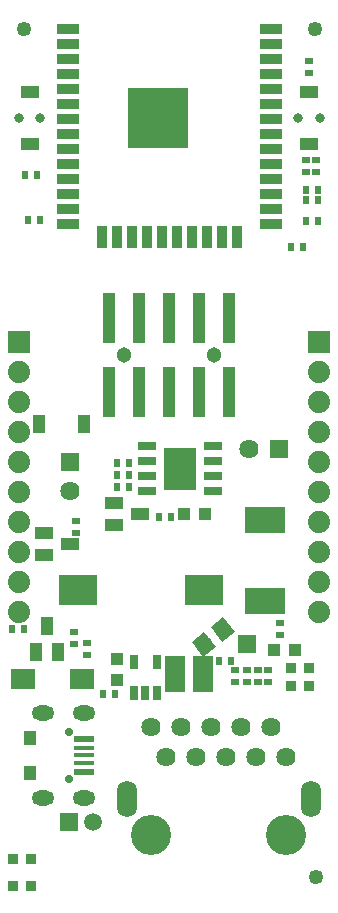
<source format=gbr>
G04 #@! TF.GenerationSoftware,KiCad,Pcbnew,5.1.0-rc2-unknown-036be7d~80~ubuntu16.04.1*
G04 #@! TF.CreationDate,2021-11-05T15:53:19+02:00*
G04 #@! TF.ProjectId,ESP32-PoE_Rev_G1,45535033-322d-4506-9f45-5f5265765f47,G1*
G04 #@! TF.SameCoordinates,Original*
G04 #@! TF.FileFunction,Soldermask,Top*
G04 #@! TF.FilePolarity,Negative*
%FSLAX46Y46*%
G04 Gerber Fmt 4.6, Leading zero omitted, Abs format (unit mm)*
G04 Created by KiCad (PCBNEW 5.1.0-rc2-unknown-036be7d~80~ubuntu16.04.1) date 2021-11-05 15:53:19*
%MOMM*%
%LPD*%
G04 APERTURE LIST*
%ADD10C,2.101600*%
%ADD11R,5.101600X5.101600*%
%ADD12R,1.901600X0.901600*%
%ADD13R,0.901600X1.901600*%
%ADD14R,1.601600X1.001600*%
%ADD15C,0.801600*%
%ADD16R,0.651600X1.301600*%
%ADD17C,1.371600*%
%ADD18C,0.100000*%
%ADD19R,1.701600X3.101600*%
%ADD20C,1.625600*%
%ADD21O,1.701600X3.101599*%
%ADD22C,3.401601*%
%ADD23R,1.524000X1.524000*%
%ADD24R,0.601600X0.651600*%
%ADD25R,1.117600X1.117600*%
%ADD26R,0.901600X0.901600*%
%ADD27R,1.501600X1.501600*%
%ADD28C,1.501600*%
%ADD29R,0.651600X0.601600*%
%ADD30C,1.879600*%
%ADD31R,1.879600X1.879600*%
%ADD32R,3.301600X2.601600*%
%ADD33R,3.501600X2.301600*%
%ADD34R,2.101600X1.801600*%
%ADD35C,1.254000*%
%ADD36R,1.751600X0.601600*%
%ADD37R,1.751600X0.426600*%
%ADD38C,0.701600*%
%ADD39R,1.101600X1.201600*%
%ADD40O,1.901600X1.301600*%
%ADD41R,1.101600X1.501600*%
%ADD42R,1.501600X1.101600*%
%ADD43C,1.301600*%
%ADD44R,1.101600X4.351600*%
%ADD45R,2.701600X3.601600*%
%ADD46R,1.501600X0.701600*%
%ADD47C,1.901600*%
%ADD48R,1.625600X1.625600*%
G04 APERTURE END LIST*
D10*
X103140000Y-104235000D03*
D11*
X103140000Y-104235000D03*
D12*
X112740000Y-96725000D03*
X112740000Y-97995000D03*
X112740000Y-99265000D03*
X112740000Y-100535000D03*
X112740000Y-101805000D03*
X112740000Y-103075000D03*
X112740000Y-104345000D03*
X112740000Y-105615000D03*
X112740000Y-106885000D03*
X112740000Y-108155000D03*
X112740000Y-109425000D03*
X112740000Y-110695000D03*
X112740000Y-111965000D03*
X112740000Y-113235000D03*
D13*
X109870000Y-114335000D03*
X108600000Y-114335000D03*
X107330000Y-114335000D03*
X106060000Y-114335000D03*
X104790000Y-114335000D03*
X103520000Y-114335000D03*
X102250000Y-114335000D03*
X100980000Y-114335000D03*
X99710000Y-114335000D03*
X98440000Y-114335000D03*
D12*
X95540000Y-113235000D03*
X95540000Y-111965000D03*
X95540000Y-110695000D03*
X95540000Y-109425000D03*
X95540000Y-108155000D03*
X95540000Y-106885000D03*
X95540000Y-105615000D03*
X95540000Y-104345000D03*
X95540000Y-103075000D03*
X95540000Y-101805000D03*
X95540000Y-100535000D03*
X95540000Y-99265000D03*
X95540000Y-97995000D03*
X95540000Y-96725000D03*
D14*
X115959000Y-106444000D03*
X115959000Y-102090000D03*
D15*
X115059000Y-104267000D03*
X116859000Y-104267000D03*
D14*
X92321000Y-106444000D03*
X92321000Y-102090000D03*
D15*
X91421000Y-104267000D03*
X93221000Y-104267000D03*
D16*
X101158000Y-152938000D03*
X102108000Y-152938000D03*
X103058000Y-152938000D03*
X101158000Y-150338000D03*
X103058000Y-150338000D03*
D17*
X108662238Y-147592976D03*
D18*
G36*
X109703065Y-147811251D02*
G01*
X108622230Y-148655692D01*
X107621411Y-147374701D01*
X108702246Y-146530260D01*
X109703065Y-147811251D01*
X109703065Y-147811251D01*
G37*
D17*
X107061000Y-148844000D03*
D18*
G36*
X108101827Y-149062275D02*
G01*
X107020992Y-149906716D01*
X106020173Y-148625725D01*
X107101008Y-147781284D01*
X108101827Y-149062275D01*
X108101827Y-149062275D01*
G37*
D19*
X104591000Y-151384000D03*
X106991000Y-151384000D03*
D20*
X102616000Y-155806000D03*
X103886000Y-158346000D03*
X105156000Y-155806000D03*
X106426000Y-158346000D03*
X107696000Y-155806000D03*
X108966000Y-158346000D03*
X110236000Y-155806000D03*
X111506000Y-158346000D03*
X112776000Y-155806000D03*
X114046000Y-158346000D03*
D21*
X100531000Y-161946000D03*
X116131000Y-161946000D03*
D22*
X102616000Y-164996000D03*
X114046000Y-164996000D03*
D23*
X110744000Y-148844000D03*
D24*
X109347000Y-150241000D03*
X108331000Y-150241000D03*
D25*
X99695000Y-151892000D03*
X99695000Y-150114000D03*
D24*
X91821000Y-147574000D03*
X90805000Y-147574000D03*
X93218000Y-112903000D03*
X92202000Y-112903000D03*
D26*
X115951000Y-150876000D03*
X114427000Y-150876000D03*
X115951000Y-152400000D03*
X114427000Y-152400000D03*
D27*
X95638620Y-163852860D03*
D28*
X97650300Y-163850320D03*
D24*
X116713000Y-113030000D03*
X115697000Y-113030000D03*
X114427000Y-115189000D03*
X115443000Y-115189000D03*
X115697000Y-110363000D03*
X116713000Y-110363000D03*
X115697000Y-111252000D03*
X116713000Y-111252000D03*
X98552000Y-153035000D03*
X99568000Y-153035000D03*
D29*
X97155000Y-149733000D03*
X97155000Y-148717000D03*
X113538000Y-147066000D03*
X113538000Y-148082000D03*
X111633000Y-152019000D03*
X111633000Y-151003000D03*
X112522000Y-152019000D03*
X112522000Y-151003000D03*
X109728000Y-152019000D03*
X109728000Y-151003000D03*
X110744000Y-152019000D03*
X110744000Y-151003000D03*
X96266000Y-139446000D03*
X96266000Y-138430000D03*
X96075500Y-147828000D03*
X96075500Y-148844000D03*
D30*
X116840000Y-130840000D03*
X116840000Y-128300000D03*
X116840000Y-125760000D03*
D31*
X116840000Y-123220000D03*
D30*
X116840000Y-133380000D03*
X116840000Y-135920000D03*
X116840000Y-141000000D03*
X116840000Y-138460000D03*
X116840000Y-143540000D03*
X116840000Y-146080000D03*
X91440000Y-130840000D03*
X91440000Y-128300000D03*
X91440000Y-125760000D03*
D31*
X91440000Y-123220000D03*
D30*
X91440000Y-133380000D03*
X91440000Y-135920000D03*
X91440000Y-141000000D03*
X91440000Y-138460000D03*
X91440000Y-143540000D03*
X91440000Y-146080000D03*
D32*
X96377000Y-144272000D03*
X107077000Y-144272000D03*
D33*
X112217200Y-138332000D03*
X112217200Y-145132000D03*
D34*
X96734000Y-151765000D03*
X91734000Y-151765000D03*
D35*
X116586000Y-168529000D03*
X116459000Y-96774000D03*
X91821000Y-96774000D03*
D26*
X92456000Y-169291000D03*
X90932000Y-169291000D03*
D25*
X113030000Y-149352000D03*
X114808000Y-149352000D03*
D26*
X92456000Y-167005000D03*
X90932000Y-167005000D03*
D36*
X96876000Y-156854500D03*
D37*
X96876000Y-157592000D03*
X96876000Y-158242000D03*
X96876000Y-158892000D03*
D36*
X96876000Y-159629500D03*
D38*
X95626000Y-156242000D03*
X95626000Y-160242000D03*
D39*
X92326000Y-156742000D03*
X92326000Y-159742000D03*
D40*
X93476000Y-154642000D03*
X96946000Y-154642000D03*
X96946000Y-161842000D03*
X93476000Y-161842000D03*
D41*
X92839540Y-149479000D03*
X94742000Y-149479000D03*
X93786960Y-147269200D03*
D42*
X99476560Y-136845040D03*
X99476560Y-138747500D03*
X101686360Y-137792460D03*
D29*
X115951000Y-99441000D03*
X115951000Y-100457000D03*
X115697000Y-108839000D03*
X115697000Y-107823000D03*
X116586000Y-107823000D03*
X116586000Y-108839000D03*
D42*
X95715000Y-140335000D03*
X93515000Y-141285000D03*
X93515000Y-139385000D03*
D43*
X107950000Y-124333000D03*
D44*
X99060000Y-127458000D03*
X99060000Y-121208000D03*
X101600000Y-127458000D03*
X101600000Y-121208000D03*
X104140000Y-127458000D03*
X104140000Y-121208000D03*
X106680000Y-127458000D03*
X106680000Y-121208000D03*
X109220000Y-127458000D03*
X109220000Y-121208000D03*
D43*
X100330000Y-124333000D03*
D24*
X92964000Y-109093000D03*
X91948000Y-109093000D03*
X99695000Y-134493000D03*
X100711000Y-134493000D03*
X103251000Y-138049000D03*
X104267000Y-138049000D03*
X99695000Y-133477000D03*
X100711000Y-133477000D03*
X99695000Y-135509000D03*
X100711000Y-135509000D03*
D45*
X105029000Y-133985000D03*
D46*
X102229000Y-135890000D03*
X102229000Y-134620000D03*
X102229000Y-133350000D03*
X102229000Y-132080000D03*
X107829000Y-132080000D03*
X107829000Y-133350000D03*
X107829000Y-134620000D03*
X107829000Y-135890000D03*
D47*
X105029000Y-133985000D03*
D20*
X95758000Y-135870000D03*
D48*
X95758000Y-133370000D03*
X113391000Y-132334000D03*
D20*
X110891000Y-132334000D03*
D41*
X93096000Y-130175000D03*
X96896000Y-130175000D03*
D25*
X107188000Y-137795000D03*
X105410000Y-137795000D03*
M02*

</source>
